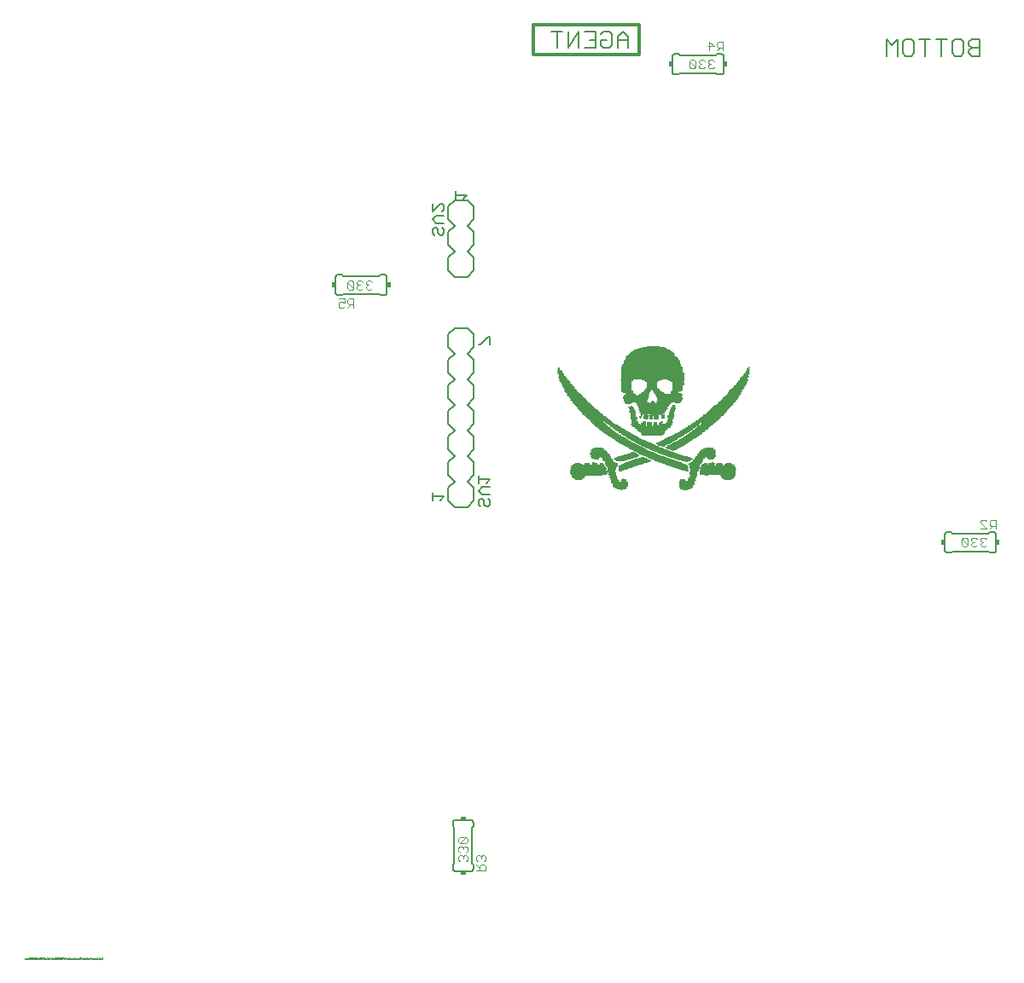
<source format=gbo>
G75*
%MOIN*%
%OFA0B0*%
%FSLAX24Y24*%
%IPPOS*%
%LPD*%
%AMOC8*
5,1,8,0,0,1.08239X$1,22.5*
%
%ADD10C,0.0060*%
%ADD11C,0.0010*%
%ADD12C,0.0120*%
%ADD13R,0.0066X0.0033*%
%ADD14R,0.0167X0.0033*%
%ADD15R,0.0334X0.0033*%
%ADD16R,0.0367X0.0033*%
%ADD17R,0.0466X0.0033*%
%ADD18R,0.0467X0.0033*%
%ADD19R,0.0500X0.0033*%
%ADD20R,0.0533X0.0033*%
%ADD21R,0.0567X0.0033*%
%ADD22R,0.0566X0.0033*%
%ADD23R,0.0600X0.0033*%
%ADD24R,0.0566X0.0033*%
%ADD25R,0.0600X0.0033*%
%ADD26R,0.0634X0.0033*%
%ADD27R,0.0633X0.0033*%
%ADD28R,0.0634X0.0033*%
%ADD29R,0.0633X0.0033*%
%ADD30R,0.0300X0.0033*%
%ADD31R,0.0233X0.0033*%
%ADD32R,0.0333X0.0033*%
%ADD33R,0.0233X0.0033*%
%ADD34R,0.0234X0.0033*%
%ADD35R,0.0267X0.0033*%
%ADD36R,0.0333X0.0033*%
%ADD37R,0.0033X0.0033*%
%ADD38R,0.0400X0.0033*%
%ADD39R,0.0434X0.0033*%
%ADD40R,0.0300X0.0033*%
%ADD41R,0.0266X0.0033*%
%ADD42R,0.0266X0.0033*%
%ADD43R,0.1200X0.0033*%
%ADD44R,0.0267X0.0033*%
%ADD45R,0.0133X0.0033*%
%ADD46R,0.1400X0.0033*%
%ADD47R,0.1434X0.0033*%
%ADD48R,0.1434X0.0033*%
%ADD49R,0.1433X0.0033*%
%ADD50R,0.1467X0.0033*%
%ADD51R,0.1433X0.0033*%
%ADD52R,0.0133X0.0033*%
%ADD53R,0.0366X0.0033*%
%ADD54R,0.0433X0.0033*%
%ADD55R,0.0466X0.0033*%
%ADD56R,0.1367X0.0033*%
%ADD57R,0.1367X0.0033*%
%ADD58R,0.0366X0.0033*%
%ADD59R,0.0533X0.0033*%
%ADD60R,0.0367X0.0033*%
%ADD61R,0.1333X0.0033*%
%ADD62R,0.0666X0.0033*%
%ADD63R,0.1334X0.0033*%
%ADD64R,0.1300X0.0033*%
%ADD65R,0.0434X0.0033*%
%ADD66R,0.0700X0.0033*%
%ADD67R,0.0733X0.0033*%
%ADD68R,0.1267X0.0033*%
%ADD69R,0.0766X0.0033*%
%ADD70R,0.0800X0.0033*%
%ADD71R,0.0433X0.0033*%
%ADD72R,0.0500X0.0033*%
%ADD73R,0.0400X0.0033*%
%ADD74R,0.0166X0.0033*%
%ADD75R,0.0800X0.0033*%
%ADD76R,0.0833X0.0033*%
%ADD77R,0.0200X0.0033*%
%ADD78R,0.0134X0.0033*%
%ADD79R,0.0100X0.0033*%
%ADD80R,0.0866X0.0033*%
%ADD81R,0.0867X0.0033*%
%ADD82R,0.0067X0.0033*%
%ADD83R,0.0866X0.0033*%
%ADD84R,0.0834X0.0033*%
%ADD85R,0.0100X0.0033*%
%ADD86R,0.0700X0.0033*%
%ADD87R,0.0767X0.0033*%
%ADD88R,0.0667X0.0033*%
%ADD89R,0.0734X0.0033*%
%ADD90R,0.0334X0.0033*%
%ADD91R,0.0767X0.0033*%
%ADD92R,0.0166X0.0033*%
%ADD93R,0.0734X0.0033*%
%ADD94R,0.0567X0.0033*%
%ADD95R,0.0733X0.0033*%
%ADD96R,0.0667X0.0033*%
%ADD97R,0.0067X0.0033*%
%ADD98R,0.0534X0.0033*%
%ADD99R,0.0534X0.0033*%
%ADD100R,0.0467X0.0033*%
%ADD101R,0.0933X0.0033*%
%ADD102R,0.1033X0.0033*%
%ADD103R,0.1100X0.0033*%
%ADD104R,0.1134X0.0033*%
%ADD105R,0.1500X0.0033*%
%ADD106R,0.0167X0.0033*%
%ADD107R,0.0200X0.0033*%
%ADD108R,0.0867X0.0033*%
%ADD109R,0.0134X0.0033*%
%ADD110R,0.0066X0.0033*%
%ADD111R,0.0833X0.0033*%
%ADD112R,0.0234X0.0033*%
%ADD113R,0.0766X0.0033*%
%ADD114R,0.0900X0.0033*%
%ADD115R,0.0967X0.0033*%
%ADD116R,0.1000X0.0033*%
%ADD117R,0.1034X0.0033*%
%ADD118R,0.1133X0.0033*%
%ADD119R,0.1166X0.0033*%
%ADD120R,0.1234X0.0033*%
%ADD121R,0.1267X0.0033*%
%ADD122R,0.1333X0.0033*%
%ADD123R,0.0900X0.0033*%
%ADD124R,0.0967X0.0033*%
%ADD125R,0.0934X0.0033*%
%ADD126R,0.1000X0.0033*%
%ADD127R,0.1033X0.0033*%
%ADD128R,0.1067X0.0033*%
%ADD129R,0.2467X0.0033*%
%ADD130R,0.2467X0.0033*%
%ADD131R,0.2433X0.0033*%
%ADD132R,0.2433X0.0033*%
%ADD133R,0.2367X0.0033*%
%ADD134R,0.2367X0.0033*%
%ADD135R,0.2300X0.0033*%
%ADD136R,0.2300X0.0033*%
%ADD137R,0.2233X0.0033*%
%ADD138R,0.2233X0.0033*%
%ADD139R,0.2200X0.0033*%
%ADD140R,0.2167X0.0033*%
%ADD141R,0.2134X0.0033*%
%ADD142R,0.2066X0.0033*%
%ADD143R,0.2000X0.0033*%
%ADD144R,0.1967X0.0033*%
%ADD145R,0.1900X0.0033*%
%ADD146R,0.1833X0.0033*%
%ADD147R,0.1800X0.0033*%
%ADD148R,0.1734X0.0033*%
%ADD149R,0.1666X0.0033*%
%ADD150R,0.1567X0.0033*%
%ADD151R,0.1466X0.0033*%
%ADD152R,0.1233X0.0033*%
%ADD153C,0.0040*%
%ADD154R,0.0150X0.0200*%
%ADD155R,0.0200X0.0150*%
%ADD156C,0.0050*%
D10*
X016868Y003839D02*
X016868Y003989D01*
X016918Y004039D01*
X016918Y005439D01*
X016868Y005489D01*
X016868Y005639D01*
X016870Y005656D01*
X016874Y005673D01*
X016881Y005689D01*
X016891Y005703D01*
X016904Y005716D01*
X016918Y005726D01*
X016934Y005733D01*
X016951Y005737D01*
X016968Y005739D01*
X017568Y005739D01*
X017585Y005737D01*
X017602Y005733D01*
X017618Y005726D01*
X017632Y005716D01*
X017645Y005703D01*
X017655Y005689D01*
X017662Y005673D01*
X017666Y005656D01*
X017668Y005639D01*
X017668Y005489D01*
X017618Y005439D01*
X017618Y004039D01*
X017668Y003989D01*
X017668Y003839D01*
X017666Y003822D01*
X017662Y003805D01*
X017655Y003789D01*
X017645Y003775D01*
X017632Y003762D01*
X017618Y003752D01*
X017602Y003745D01*
X017585Y003741D01*
X017568Y003739D01*
X016968Y003739D01*
X016951Y003741D01*
X016934Y003745D01*
X016918Y003752D01*
X016904Y003762D01*
X016891Y003775D01*
X016881Y003789D01*
X016874Y003805D01*
X016870Y003822D01*
X016868Y003839D01*
X016947Y017967D02*
X016697Y018217D01*
X016697Y018717D01*
X016947Y018967D01*
X016697Y019217D01*
X016697Y019717D01*
X016947Y019967D01*
X016697Y020217D01*
X016697Y020717D01*
X016947Y020967D01*
X016697Y021217D01*
X016697Y021717D01*
X016947Y021967D01*
X016697Y022217D01*
X016697Y022717D01*
X016947Y022967D01*
X016697Y023217D01*
X016697Y023717D01*
X016947Y023967D01*
X016697Y024217D01*
X016697Y024717D01*
X016947Y024967D01*
X017447Y024967D01*
X017697Y024717D01*
X017697Y024217D01*
X017447Y023967D01*
X017697Y023717D01*
X017697Y023217D01*
X017447Y022967D01*
X017697Y022717D01*
X017697Y022217D01*
X017447Y021967D01*
X017697Y021717D01*
X017697Y021217D01*
X017447Y020967D01*
X017697Y020717D01*
X017697Y020217D01*
X017447Y019967D01*
X017697Y019717D01*
X017697Y019217D01*
X017447Y018967D01*
X017697Y018717D01*
X017697Y018217D01*
X017447Y017967D01*
X016947Y017967D01*
X014195Y026262D02*
X014045Y026262D01*
X013995Y026312D01*
X012595Y026312D01*
X012545Y026262D01*
X012395Y026262D01*
X012378Y026264D01*
X012361Y026268D01*
X012345Y026275D01*
X012331Y026285D01*
X012318Y026298D01*
X012308Y026312D01*
X012301Y026328D01*
X012297Y026345D01*
X012295Y026362D01*
X012295Y026962D01*
X012297Y026979D01*
X012301Y026996D01*
X012308Y027012D01*
X012318Y027026D01*
X012331Y027039D01*
X012345Y027049D01*
X012361Y027056D01*
X012378Y027060D01*
X012395Y027062D01*
X012545Y027062D01*
X012595Y027012D01*
X013995Y027012D01*
X014045Y027062D01*
X014195Y027062D01*
X014212Y027060D01*
X014229Y027056D01*
X014245Y027049D01*
X014259Y027039D01*
X014272Y027026D01*
X014282Y027012D01*
X014289Y026996D01*
X014293Y026979D01*
X014295Y026962D01*
X014295Y026362D01*
X014293Y026345D01*
X014289Y026328D01*
X014282Y026312D01*
X014272Y026298D01*
X014259Y026285D01*
X014245Y026275D01*
X014229Y026268D01*
X014212Y026264D01*
X014195Y026262D01*
X016697Y027217D02*
X016947Y026967D01*
X017447Y026967D01*
X017697Y027217D01*
X017697Y027717D01*
X017447Y027967D01*
X017697Y028217D01*
X017697Y028717D01*
X017447Y028967D01*
X017697Y029217D01*
X017697Y029717D01*
X017447Y029967D01*
X016947Y029967D01*
X016697Y029717D01*
X016697Y029217D01*
X016947Y028967D01*
X016697Y028717D01*
X016697Y028217D01*
X016947Y027967D01*
X016697Y027717D01*
X016697Y027217D01*
X025449Y034986D02*
X025449Y035586D01*
X025451Y035603D01*
X025455Y035620D01*
X025462Y035636D01*
X025472Y035650D01*
X025485Y035663D01*
X025499Y035673D01*
X025515Y035680D01*
X025532Y035684D01*
X025549Y035686D01*
X025699Y035686D01*
X025749Y035636D01*
X027149Y035636D01*
X027199Y035686D01*
X027349Y035686D01*
X027366Y035684D01*
X027383Y035680D01*
X027399Y035673D01*
X027413Y035663D01*
X027426Y035650D01*
X027436Y035636D01*
X027443Y035620D01*
X027447Y035603D01*
X027449Y035586D01*
X027449Y034986D01*
X027447Y034969D01*
X027443Y034952D01*
X027436Y034936D01*
X027426Y034922D01*
X027413Y034909D01*
X027399Y034899D01*
X027383Y034892D01*
X027366Y034888D01*
X027349Y034886D01*
X027199Y034886D01*
X027149Y034936D01*
X025749Y034936D01*
X025699Y034886D01*
X025549Y034886D01*
X025532Y034888D01*
X025515Y034892D01*
X025499Y034899D01*
X025485Y034909D01*
X025472Y034922D01*
X025462Y034936D01*
X025455Y034952D01*
X025451Y034969D01*
X025449Y034986D01*
X023731Y035927D02*
X023731Y036354D01*
X023518Y036567D01*
X023304Y036354D01*
X023304Y035927D01*
X023087Y036034D02*
X022980Y035927D01*
X022766Y035927D01*
X022660Y036034D01*
X022660Y036247D01*
X022873Y036247D01*
X022660Y036461D02*
X022766Y036567D01*
X022980Y036567D01*
X023087Y036461D01*
X023087Y036034D01*
X023304Y036247D02*
X023731Y036247D01*
X022442Y036247D02*
X022229Y036247D01*
X022442Y035927D02*
X022015Y035927D01*
X021798Y035927D02*
X021798Y036567D01*
X021371Y035927D01*
X021371Y036567D01*
X021153Y036567D02*
X020726Y036567D01*
X020940Y036567D02*
X020940Y035927D01*
X022015Y036567D02*
X022442Y036567D01*
X022442Y035927D01*
X033808Y036256D02*
X033808Y035615D01*
X034235Y035615D02*
X034235Y036256D01*
X034022Y036042D01*
X033808Y036256D01*
X034453Y036149D02*
X034453Y035722D01*
X034560Y035615D01*
X034773Y035615D01*
X034880Y035722D01*
X034880Y036149D01*
X034773Y036256D01*
X034560Y036256D01*
X034453Y036149D01*
X035097Y036256D02*
X035524Y036256D01*
X035311Y036256D02*
X035311Y035615D01*
X035742Y036256D02*
X036169Y036256D01*
X035955Y036256D02*
X035955Y035615D01*
X036386Y035722D02*
X036386Y036149D01*
X036493Y036256D01*
X036707Y036256D01*
X036813Y036149D01*
X036813Y035722D01*
X036707Y035615D01*
X036493Y035615D01*
X036386Y035722D01*
X037031Y035722D02*
X037138Y035615D01*
X037458Y035615D01*
X037458Y036256D01*
X037138Y036256D01*
X037031Y036149D01*
X037031Y036042D01*
X037138Y035935D01*
X037458Y035935D01*
X037138Y035935D02*
X037031Y035829D01*
X037031Y035722D01*
X036340Y016997D02*
X036190Y016997D01*
X036173Y016995D01*
X036156Y016991D01*
X036140Y016984D01*
X036126Y016974D01*
X036113Y016961D01*
X036103Y016947D01*
X036096Y016931D01*
X036092Y016914D01*
X036090Y016897D01*
X036090Y016297D01*
X036092Y016280D01*
X036096Y016263D01*
X036103Y016247D01*
X036113Y016233D01*
X036126Y016220D01*
X036140Y016210D01*
X036156Y016203D01*
X036173Y016199D01*
X036190Y016197D01*
X036340Y016197D01*
X036390Y016247D01*
X037790Y016247D01*
X037840Y016197D01*
X037990Y016197D01*
X038007Y016199D01*
X038024Y016203D01*
X038040Y016210D01*
X038054Y016220D01*
X038067Y016233D01*
X038077Y016247D01*
X038084Y016263D01*
X038088Y016280D01*
X038090Y016297D01*
X038090Y016897D01*
X038088Y016914D01*
X038084Y016931D01*
X038077Y016947D01*
X038067Y016961D01*
X038054Y016974D01*
X038040Y016984D01*
X038024Y016991D01*
X038007Y016995D01*
X037990Y016997D01*
X037840Y016997D01*
X037790Y016947D01*
X036390Y016947D01*
X036340Y016997D01*
D11*
X000179Y000343D02*
X000179Y000286D01*
X000179Y000343D01*
X000151Y000343D01*
X000141Y000334D01*
X000141Y000315D01*
X000151Y000305D01*
X000179Y000305D01*
X000151Y000305D01*
X000141Y000315D01*
X000141Y000334D01*
X000151Y000343D01*
X000179Y000343D01*
X000203Y000334D02*
X000203Y000305D01*
X000203Y000334D01*
X000212Y000343D01*
X000222Y000334D01*
X000222Y000305D01*
X000222Y000334D01*
X000231Y000343D01*
X000241Y000343D01*
X000241Y000305D01*
X000241Y000343D01*
X000231Y000343D01*
X000222Y000334D01*
X000212Y000343D01*
X000203Y000334D01*
X000264Y000334D02*
X000274Y000343D01*
X000302Y000343D01*
X000274Y000343D01*
X000264Y000334D01*
X000264Y000315D01*
X000274Y000305D01*
X000302Y000305D01*
X000302Y000362D01*
X000302Y000305D01*
X000274Y000305D01*
X000264Y000315D01*
X000264Y000334D01*
X000324Y000315D02*
X000324Y000305D01*
X000333Y000305D01*
X000333Y000315D01*
X000324Y000315D01*
X000324Y000305D01*
X000333Y000305D01*
X000333Y000315D01*
X000324Y000315D01*
X000357Y000315D02*
X000366Y000305D01*
X000385Y000305D01*
X000395Y000315D01*
X000395Y000353D01*
X000385Y000362D01*
X000366Y000362D01*
X000357Y000353D01*
X000357Y000315D01*
X000366Y000305D01*
X000385Y000305D01*
X000395Y000315D01*
X000395Y000353D01*
X000385Y000362D01*
X000366Y000362D01*
X000357Y000353D01*
X000357Y000315D01*
X000357Y000305D02*
X000376Y000324D01*
X000357Y000305D01*
X000417Y000305D02*
X000436Y000305D01*
X000417Y000305D01*
X000427Y000305D02*
X000427Y000343D01*
X000436Y000343D01*
X000427Y000343D01*
X000427Y000305D01*
X000427Y000362D02*
X000427Y000372D01*
X000427Y000362D01*
X000460Y000362D02*
X000498Y000362D01*
X000498Y000305D01*
X000498Y000362D01*
X000460Y000362D01*
X000479Y000334D02*
X000498Y000334D01*
X000479Y000334D01*
X000521Y000353D02*
X000521Y000315D01*
X000531Y000305D01*
X000550Y000305D01*
X000559Y000315D01*
X000559Y000353D01*
X000550Y000362D01*
X000531Y000362D01*
X000521Y000353D01*
X000521Y000315D01*
X000531Y000305D01*
X000550Y000305D01*
X000559Y000315D01*
X000559Y000353D01*
X000550Y000362D01*
X000531Y000362D01*
X000521Y000353D01*
X000540Y000324D02*
X000521Y000305D01*
X000540Y000324D01*
X000583Y000315D02*
X000583Y000353D01*
X000593Y000362D01*
X000612Y000362D01*
X000621Y000353D01*
X000621Y000343D01*
X000612Y000334D01*
X000583Y000334D01*
X000612Y000334D01*
X000621Y000343D01*
X000621Y000353D01*
X000612Y000362D01*
X000593Y000362D01*
X000583Y000353D01*
X000583Y000315D01*
X000593Y000305D01*
X000612Y000305D01*
X000621Y000315D01*
X000612Y000305D01*
X000593Y000305D01*
X000583Y000315D01*
X000645Y000305D02*
X000645Y000334D01*
X000654Y000343D01*
X000664Y000334D01*
X000664Y000305D01*
X000664Y000334D01*
X000673Y000343D01*
X000683Y000343D01*
X000683Y000305D01*
X000683Y000343D01*
X000673Y000343D01*
X000664Y000334D01*
X000654Y000343D01*
X000645Y000334D01*
X000645Y000305D01*
X000707Y000305D02*
X000707Y000362D01*
X000707Y000305D01*
X000745Y000362D01*
X000745Y000305D01*
X000745Y000362D01*
X000707Y000305D01*
X000768Y000315D02*
X000778Y000305D01*
X000797Y000305D01*
X000806Y000315D01*
X000768Y000353D01*
X000768Y000315D01*
X000778Y000305D01*
X000797Y000305D01*
X000806Y000315D01*
X000806Y000353D01*
X000797Y000362D01*
X000778Y000362D01*
X000768Y000353D01*
X000806Y000315D01*
X000806Y000353D01*
X000797Y000362D01*
X000778Y000362D01*
X000768Y000353D01*
X000768Y000315D01*
X000830Y000353D02*
X000868Y000315D01*
X000868Y000305D01*
X000868Y000315D01*
X000830Y000353D01*
X000830Y000362D01*
X000868Y000362D01*
X000830Y000362D01*
X000830Y000353D01*
X000892Y000353D02*
X000901Y000362D01*
X000920Y000362D01*
X000930Y000353D01*
X000930Y000315D01*
X000920Y000305D01*
X000901Y000305D01*
X000892Y000315D01*
X000892Y000353D01*
X000901Y000362D01*
X000920Y000362D01*
X000930Y000353D01*
X000930Y000315D01*
X000920Y000305D01*
X000901Y000305D01*
X000892Y000315D01*
X000892Y000353D01*
X000953Y000334D02*
X000953Y000324D01*
X000991Y000324D01*
X000953Y000324D01*
X000953Y000334D01*
X000963Y000343D01*
X000982Y000343D01*
X000991Y000334D01*
X000991Y000315D01*
X000982Y000305D01*
X000963Y000305D01*
X000982Y000305D01*
X000991Y000315D01*
X000991Y000334D01*
X000982Y000343D01*
X000963Y000343D01*
X000953Y000334D01*
X001015Y000362D02*
X001053Y000324D01*
X001015Y000362D01*
X001053Y000362D02*
X001053Y000305D01*
X001053Y000362D01*
X001044Y000334D02*
X001015Y000305D01*
X001044Y000334D01*
X001077Y000334D02*
X001077Y000305D01*
X001077Y000334D01*
X001086Y000343D01*
X001105Y000343D01*
X001115Y000334D01*
X001105Y000343D01*
X001086Y000343D01*
X001077Y000334D01*
X001115Y000362D02*
X001115Y000305D01*
X001115Y000362D01*
X001138Y000334D02*
X001176Y000334D01*
X001138Y000334D01*
X001190Y000334D02*
X001190Y000315D01*
X001199Y000305D01*
X001228Y000305D01*
X001219Y000305D02*
X001219Y000362D01*
X001238Y000343D01*
X001219Y000362D01*
X001219Y000305D01*
X001238Y000305D02*
X001200Y000305D01*
X001238Y000305D01*
X001251Y000305D02*
X001251Y000334D01*
X001261Y000343D01*
X001270Y000334D01*
X001270Y000305D01*
X001262Y000305D02*
X001300Y000343D01*
X001262Y000305D01*
X001290Y000305D02*
X001290Y000343D01*
X001280Y000343D01*
X001270Y000334D01*
X001262Y000343D02*
X001300Y000305D01*
X001262Y000343D01*
X001228Y000343D02*
X001199Y000343D01*
X001190Y000334D01*
X001228Y000343D02*
X001228Y000286D01*
X001313Y000315D02*
X001313Y000334D01*
X001323Y000343D01*
X001351Y000343D01*
X001351Y000362D02*
X001351Y000305D01*
X001323Y000305D01*
X001313Y000315D01*
X001323Y000324D02*
X001323Y000362D01*
X001323Y000324D01*
X001342Y000305D01*
X001361Y000324D01*
X001361Y000362D01*
X001361Y000324D01*
X001342Y000305D01*
X001323Y000324D01*
X001373Y000315D02*
X001373Y000305D01*
X001382Y000305D01*
X001382Y000315D01*
X001373Y000315D01*
X001385Y000305D02*
X001385Y000362D01*
X001404Y000343D01*
X001423Y000362D01*
X001423Y000305D01*
X001423Y000362D01*
X001404Y000343D01*
X001385Y000362D01*
X001385Y000305D01*
X001406Y000315D02*
X001415Y000305D01*
X001434Y000305D01*
X001444Y000315D01*
X001406Y000353D01*
X001406Y000315D01*
X001406Y000353D02*
X001415Y000362D01*
X001434Y000362D01*
X001444Y000353D01*
X001444Y000315D01*
X001467Y000315D02*
X001477Y000305D01*
X001496Y000305D01*
X001505Y000315D01*
X001467Y000353D01*
X001467Y000315D01*
X001466Y000334D02*
X001485Y000334D01*
X001466Y000334D01*
X001467Y000353D02*
X001477Y000362D01*
X001496Y000362D01*
X001505Y000353D01*
X001505Y000315D01*
X001509Y000315D02*
X001518Y000305D01*
X001537Y000305D01*
X001547Y000315D01*
X001547Y000353D01*
X001537Y000362D01*
X001518Y000362D01*
X001509Y000353D01*
X001509Y000315D01*
X001518Y000305D01*
X001537Y000305D01*
X001547Y000315D01*
X001547Y000353D01*
X001537Y000362D01*
X001518Y000362D01*
X001509Y000353D01*
X001509Y000315D01*
X001509Y000305D02*
X001528Y000324D01*
X001509Y000305D01*
X001529Y000315D02*
X001539Y000305D01*
X001558Y000305D01*
X001567Y000315D01*
X001570Y000315D02*
X001580Y000305D01*
X001599Y000305D01*
X001608Y000315D01*
X001608Y000353D01*
X001599Y000362D01*
X001580Y000362D01*
X001570Y000353D01*
X001570Y000315D01*
X001580Y000305D01*
X001599Y000305D01*
X001608Y000315D01*
X001608Y000353D01*
X001599Y000362D01*
X001580Y000362D01*
X001570Y000353D01*
X001570Y000315D01*
X001570Y000305D02*
X001589Y000324D01*
X001570Y000305D01*
X001589Y000305D02*
X001608Y000305D01*
X001599Y000305D02*
X001599Y000362D01*
X001608Y000362D01*
X001632Y000362D02*
X001632Y000353D01*
X001670Y000315D01*
X001670Y000305D01*
X001670Y000315D01*
X001632Y000353D01*
X001632Y000362D01*
X001670Y000362D01*
X001632Y000362D01*
X001632Y000334D02*
X001670Y000334D01*
X001694Y000334D02*
X001694Y000305D01*
X001694Y000334D01*
X001703Y000343D01*
X001713Y000334D01*
X001713Y000305D01*
X001713Y000334D01*
X001722Y000343D01*
X001732Y000343D01*
X001732Y000305D01*
X001732Y000343D01*
X001722Y000343D01*
X001713Y000334D01*
X001703Y000343D01*
X001694Y000334D01*
X001694Y000343D02*
X001722Y000343D01*
X001732Y000334D01*
X001722Y000324D01*
X001703Y000324D01*
X001694Y000315D01*
X001703Y000305D01*
X001732Y000305D01*
X001793Y000305D02*
X001755Y000362D01*
X001793Y000305D01*
X001755Y000362D01*
X001817Y000343D02*
X001846Y000343D01*
X001855Y000334D01*
X001846Y000324D01*
X001827Y000324D01*
X001817Y000315D01*
X001827Y000305D01*
X001855Y000305D01*
X001827Y000305D01*
X001817Y000315D01*
X001827Y000324D01*
X001846Y000324D01*
X001855Y000334D01*
X001846Y000343D01*
X001817Y000343D01*
X001846Y000343D01*
X001855Y000334D01*
X001846Y000324D01*
X001827Y000324D01*
X001817Y000315D01*
X001827Y000305D01*
X001855Y000305D01*
X001879Y000305D02*
X001907Y000305D01*
X001917Y000315D01*
X001917Y000334D01*
X001907Y000343D01*
X001879Y000343D01*
X001907Y000343D01*
X001917Y000334D01*
X001917Y000315D01*
X001907Y000305D01*
X001879Y000305D01*
X001879Y000362D01*
X001879Y000305D01*
X001907Y000305D01*
X001917Y000315D01*
X001917Y000334D01*
X001907Y000343D01*
X001879Y000343D01*
X001879Y000362D02*
X001879Y000305D01*
X001940Y000305D02*
X001969Y000305D01*
X001978Y000315D01*
X001969Y000324D01*
X001940Y000324D01*
X001969Y000324D01*
X001978Y000315D01*
X001969Y000305D01*
X001940Y000305D01*
X001940Y000334D01*
X001950Y000343D01*
X001969Y000343D01*
X001950Y000343D01*
X001940Y000334D01*
X001940Y000305D01*
X001969Y000305D01*
X001978Y000315D01*
X001969Y000324D01*
X001940Y000324D01*
X001940Y000334D02*
X001940Y000305D01*
X001940Y000334D02*
X001950Y000343D01*
X001969Y000343D01*
X002002Y000334D02*
X002012Y000343D01*
X002031Y000343D01*
X002040Y000334D01*
X002040Y000315D01*
X002031Y000305D01*
X002012Y000305D01*
X002002Y000315D01*
X002002Y000334D01*
X002012Y000343D01*
X002031Y000343D01*
X002040Y000334D01*
X002040Y000315D01*
X002031Y000305D01*
X002012Y000305D01*
X002002Y000315D01*
X002002Y000334D01*
X002012Y000343D01*
X002031Y000343D01*
X002040Y000334D01*
X002040Y000315D01*
X002031Y000305D01*
X002012Y000305D01*
X002002Y000315D01*
X002002Y000334D01*
X002062Y000305D02*
X002081Y000305D01*
X002062Y000305D01*
X002081Y000305D01*
X002072Y000305D02*
X002072Y000362D01*
X002081Y000362D01*
X002072Y000362D01*
X002072Y000305D01*
X002072Y000362D01*
X002081Y000362D01*
X002105Y000334D02*
X002105Y000305D01*
X002105Y000334D01*
X002114Y000343D01*
X002143Y000343D01*
X002143Y000305D01*
X002143Y000343D01*
X002114Y000343D01*
X002105Y000334D01*
X002105Y000305D01*
X002105Y000334D02*
X002114Y000343D01*
X002143Y000343D01*
X002143Y000305D01*
X002167Y000315D02*
X002167Y000343D01*
X002167Y000315D01*
X002176Y000305D01*
X002186Y000315D01*
X002195Y000305D01*
X002205Y000315D01*
X002205Y000343D01*
X002205Y000315D01*
X002195Y000305D01*
X002186Y000315D01*
X002176Y000305D01*
X002167Y000315D01*
X002167Y000343D01*
X002167Y000315D02*
X002176Y000305D01*
X002186Y000315D01*
X002195Y000305D01*
X002205Y000315D01*
X002205Y000343D01*
X002228Y000334D02*
X002238Y000343D01*
X002257Y000343D01*
X002266Y000334D01*
X002266Y000315D01*
X002257Y000305D01*
X002238Y000305D01*
X002228Y000315D01*
X002228Y000334D01*
X002238Y000343D01*
X002257Y000343D01*
X002266Y000334D01*
X002266Y000315D01*
X002257Y000305D01*
X002238Y000305D01*
X002228Y000315D01*
X002228Y000334D01*
X002238Y000343D01*
X002257Y000343D01*
X002266Y000334D01*
X002266Y000315D01*
X002257Y000305D01*
X002238Y000305D01*
X002228Y000315D01*
X002228Y000334D01*
X002290Y000353D02*
X002299Y000362D01*
X002328Y000362D01*
X002328Y000305D01*
X002299Y000305D01*
X002290Y000315D01*
X002290Y000353D01*
X002299Y000362D01*
X002328Y000362D01*
X002328Y000305D01*
X002299Y000305D01*
X002290Y000315D01*
X002290Y000353D01*
X002299Y000362D01*
X002328Y000362D01*
X002328Y000305D01*
X002299Y000305D01*
X002290Y000315D01*
X002290Y000353D01*
X002352Y000362D02*
X002390Y000305D01*
X002352Y000362D01*
X002390Y000305D01*
X002413Y000305D02*
X002413Y000334D01*
X002423Y000343D01*
X002451Y000343D01*
X002451Y000305D01*
X002451Y000343D01*
X002423Y000343D01*
X002413Y000334D01*
X002413Y000305D01*
X002413Y000334D01*
X002423Y000343D01*
X002451Y000343D01*
X002451Y000305D01*
X002474Y000305D02*
X002493Y000305D01*
X002474Y000305D01*
X002493Y000305D01*
X002483Y000305D02*
X002483Y000343D01*
X002493Y000343D01*
X002483Y000343D01*
X002483Y000305D01*
X002483Y000343D01*
X002493Y000343D01*
X002483Y000362D02*
X002483Y000372D01*
X002483Y000362D01*
X002483Y000372D01*
X002516Y000334D02*
X002516Y000305D01*
X002516Y000334D01*
X002526Y000343D01*
X002535Y000334D01*
X002535Y000305D01*
X002535Y000334D01*
X002545Y000343D01*
X002554Y000343D01*
X002554Y000305D01*
X002554Y000343D01*
X002545Y000343D01*
X002535Y000334D01*
X002526Y000343D01*
X002516Y000334D01*
X002516Y000305D01*
X002535Y000305D02*
X002535Y000334D01*
X002526Y000343D01*
X002516Y000334D01*
X002535Y000334D02*
X002545Y000343D01*
X002554Y000343D01*
X002554Y000305D01*
X002578Y000305D02*
X002606Y000305D01*
X002616Y000315D01*
X002616Y000334D01*
X002606Y000343D01*
X002578Y000343D01*
X002606Y000343D01*
X002616Y000334D01*
X002616Y000315D01*
X002606Y000305D01*
X002578Y000305D01*
X002578Y000362D01*
X002578Y000305D01*
X002606Y000305D01*
X002616Y000315D01*
X002616Y000334D01*
X002606Y000343D01*
X002578Y000343D01*
X002578Y000362D02*
X002578Y000305D01*
X002640Y000305D02*
X002668Y000305D01*
X002678Y000315D01*
X002668Y000324D01*
X002640Y000324D01*
X002668Y000324D01*
X002678Y000315D01*
X002668Y000305D01*
X002640Y000305D01*
X002640Y000334D01*
X002649Y000343D01*
X002668Y000343D01*
X002649Y000343D01*
X002640Y000334D01*
X002640Y000305D01*
X002668Y000305D01*
X002678Y000315D01*
X002668Y000324D01*
X002640Y000324D01*
X002640Y000334D02*
X002640Y000305D01*
X002640Y000334D02*
X002649Y000343D01*
X002668Y000343D01*
X002701Y000362D02*
X002739Y000305D01*
X002701Y000362D01*
X002739Y000305D01*
X002763Y000315D02*
X002772Y000324D01*
X002791Y000324D01*
X002801Y000334D01*
X002791Y000343D01*
X002763Y000343D01*
X002791Y000343D01*
X002801Y000334D01*
X002791Y000324D01*
X002772Y000324D01*
X002763Y000315D01*
X002772Y000305D01*
X002801Y000305D01*
X002772Y000305D01*
X002763Y000315D01*
X002772Y000324D01*
X002791Y000324D01*
X002801Y000334D01*
X002791Y000343D01*
X002763Y000343D01*
X002763Y000315D02*
X002772Y000305D01*
X002801Y000305D01*
X002824Y000343D02*
X002833Y000343D01*
X002852Y000324D01*
X002833Y000343D01*
X002824Y000343D01*
X002833Y000343D01*
X002852Y000324D01*
X002852Y000305D02*
X002852Y000343D01*
X002852Y000305D01*
X002852Y000343D01*
X002876Y000334D02*
X002876Y000324D01*
X002914Y000324D01*
X002876Y000324D01*
X002876Y000334D01*
X002886Y000343D01*
X002905Y000343D01*
X002914Y000334D01*
X002914Y000315D01*
X002905Y000305D01*
X002886Y000305D01*
X002905Y000305D01*
X002914Y000315D01*
X002914Y000334D01*
X002905Y000343D01*
X002886Y000343D01*
X002876Y000334D01*
X002876Y000324D01*
X002914Y000324D01*
X002914Y000315D02*
X002914Y000334D01*
X002905Y000343D01*
X002886Y000343D01*
X002876Y000334D01*
X002886Y000305D02*
X002905Y000305D01*
X002914Y000315D01*
X002938Y000315D02*
X002947Y000324D01*
X002966Y000324D01*
X002976Y000334D01*
X002966Y000343D01*
X002938Y000343D01*
X002966Y000343D01*
X002976Y000334D01*
X002966Y000324D01*
X002947Y000324D01*
X002938Y000315D01*
X002947Y000305D01*
X002976Y000305D01*
X002947Y000305D01*
X002938Y000315D01*
X002947Y000324D01*
X002966Y000324D01*
X002976Y000334D01*
X002966Y000343D01*
X002938Y000343D01*
X002938Y000315D02*
X002947Y000305D01*
X002976Y000305D01*
X002999Y000315D02*
X002999Y000362D01*
X002999Y000315D01*
X003009Y000305D01*
X003028Y000305D01*
X003037Y000315D01*
X003037Y000362D01*
X003037Y000315D01*
X003028Y000305D01*
X003009Y000305D01*
X002999Y000315D01*
X002999Y000362D01*
X003037Y000362D02*
X003037Y000315D01*
X003028Y000305D01*
X003009Y000305D01*
X002999Y000315D01*
X003061Y000362D02*
X003099Y000305D01*
X003061Y000362D01*
X003099Y000305D01*
X003121Y000305D02*
X003130Y000305D01*
X003130Y000315D01*
X003121Y000315D01*
X003121Y000305D01*
X003130Y000305D01*
X003130Y000315D01*
X003121Y000315D01*
X003121Y000305D01*
X003130Y000305D01*
X003130Y000315D01*
X003121Y000315D01*
X003121Y000305D01*
X003121Y000334D02*
X003130Y000334D01*
X003130Y000343D01*
X003121Y000343D01*
X003121Y000334D01*
X003130Y000334D01*
X003130Y000343D01*
X003121Y000343D01*
X003121Y000334D01*
X003130Y000334D01*
X003130Y000343D01*
X003121Y000343D01*
X003121Y000334D01*
X003154Y000353D02*
X003163Y000362D01*
X003182Y000362D01*
X003192Y000353D01*
X003192Y000315D01*
X003182Y000305D01*
X003163Y000305D01*
X003154Y000315D01*
X003163Y000305D01*
X003182Y000305D01*
X003192Y000315D01*
X003192Y000353D01*
X003182Y000362D01*
X003163Y000362D01*
X003154Y000353D01*
X003163Y000362D01*
X003182Y000362D01*
X003192Y000353D01*
X003192Y000315D01*
X003182Y000305D01*
X003163Y000305D01*
X003154Y000315D01*
X001567Y000353D02*
X001558Y000362D01*
X001539Y000362D01*
X001529Y000353D01*
X001529Y000343D01*
X001539Y000334D01*
X001529Y000324D01*
X001529Y000315D01*
X001539Y000334D02*
X001548Y000334D01*
X001485Y000362D02*
X001447Y000362D01*
X001485Y000362D01*
X001485Y000305D01*
X001485Y000362D01*
D12*
X020028Y035663D02*
X020028Y036830D01*
X024161Y036830D01*
X024161Y035663D01*
X020028Y035663D01*
D13*
X024245Y021565D03*
X024245Y021532D03*
X023445Y018632D03*
D14*
X023561Y019032D03*
X022128Y019665D03*
X023828Y021865D03*
X024428Y021532D03*
X024428Y021465D03*
X024428Y021432D03*
X024561Y021265D03*
X024561Y021232D03*
X024561Y021165D03*
X024561Y021132D03*
X024328Y021232D03*
X024628Y021532D03*
X024828Y021532D03*
X024828Y021565D03*
X024828Y021465D03*
X024828Y021432D03*
X025061Y021565D03*
X026728Y019632D03*
X025861Y019032D03*
X025961Y018632D03*
X021061Y023232D03*
X021061Y023265D03*
D15*
X023145Y021165D03*
X022545Y020265D03*
X021745Y019632D03*
X023445Y018665D03*
X028245Y022932D03*
D16*
X026261Y021132D03*
X026161Y021065D03*
X025961Y020932D03*
X026528Y019865D03*
X026461Y019765D03*
X026328Y019532D03*
X026328Y019465D03*
X025961Y018665D03*
X023428Y020965D03*
X023328Y021032D03*
X022928Y019832D03*
X022961Y019765D03*
X024361Y022365D03*
X024928Y022432D03*
X021261Y022865D03*
D17*
X023445Y019799D03*
X023445Y018699D03*
D18*
X023078Y019599D03*
X023878Y020699D03*
X023678Y022499D03*
X023678Y022899D03*
X025678Y022799D03*
X028011Y022599D03*
X027611Y019099D03*
X025978Y018699D03*
D19*
X026328Y019632D03*
X025495Y020665D03*
X025428Y020632D03*
X025162Y021132D03*
X023995Y020632D03*
X023928Y020665D03*
X023228Y020732D03*
X023095Y020832D03*
X023028Y020865D03*
X022962Y020932D03*
X022895Y020965D03*
X022828Y021032D03*
X022795Y021065D03*
X022695Y021132D03*
X022662Y021165D03*
X022595Y021232D03*
X022562Y021265D03*
X021562Y022432D03*
X021528Y022465D03*
X023695Y022932D03*
X023828Y022332D03*
X024662Y022865D03*
X025662Y022865D03*
X024728Y024232D03*
X026862Y021232D03*
X026728Y021132D03*
X026662Y021065D03*
X026628Y021032D03*
X026528Y020965D03*
X026495Y020932D03*
X026395Y020865D03*
X027895Y022432D03*
X027962Y022532D03*
X027995Y022565D03*
X024262Y019832D03*
X023095Y019665D03*
X023095Y019632D03*
X023428Y018732D03*
X021795Y019132D03*
D20*
X023378Y020632D03*
X023178Y020765D03*
X024111Y020565D03*
X024178Y020532D03*
X025078Y020432D03*
X025311Y020565D03*
X025178Y021165D03*
X026111Y020665D03*
X026211Y020732D03*
X027611Y019165D03*
X027611Y019132D03*
X025978Y018732D03*
X024278Y022032D03*
X024678Y022565D03*
X021611Y022365D03*
X027811Y022332D03*
X027911Y022465D03*
D21*
X027761Y022265D03*
X027728Y022232D03*
X025761Y020465D03*
X024128Y021165D03*
X023728Y020432D03*
X023661Y020465D03*
X023561Y020532D03*
X022561Y020165D03*
X023428Y018765D03*
X021628Y022332D03*
D22*
X021695Y022265D03*
X023495Y020565D03*
X021795Y019165D03*
X025995Y018765D03*
X025895Y020532D03*
D23*
X025478Y020299D03*
X024445Y020399D03*
X023978Y020299D03*
X023778Y020399D03*
X023412Y018799D03*
X021745Y022199D03*
X024645Y022899D03*
X027712Y022199D03*
X027612Y019199D03*
D24*
X025995Y018799D03*
X025795Y019499D03*
X025995Y020599D03*
X025195Y020499D03*
X023595Y020499D03*
X027795Y022299D03*
D25*
X027678Y022165D03*
X027645Y022132D03*
X025712Y020432D03*
X025545Y020332D03*
X025112Y020465D03*
X024512Y020365D03*
X024378Y020432D03*
X024312Y020465D03*
X024045Y020265D03*
X023912Y020332D03*
X023845Y020365D03*
X022578Y020132D03*
X023412Y018865D03*
X023412Y018832D03*
X026012Y018832D03*
X026012Y018865D03*
X026845Y020165D03*
X025112Y022032D03*
X021778Y022165D03*
X021712Y022232D03*
D26*
X023395Y018899D03*
D27*
X024161Y020199D03*
X024661Y020299D03*
X026028Y018899D03*
X027528Y021999D03*
X027628Y022099D03*
X021828Y022099D03*
D28*
X021795Y022132D03*
X021895Y022032D03*
X024095Y020232D03*
X024295Y020132D03*
X024595Y020332D03*
X025595Y020365D03*
X023495Y019832D03*
X023395Y018932D03*
X025595Y022932D03*
X027595Y022065D03*
D29*
X027561Y022032D03*
X026828Y020132D03*
X026028Y018965D03*
X026028Y018932D03*
X024828Y020232D03*
X024228Y020165D03*
X023661Y019532D03*
X021861Y022065D03*
D30*
X021195Y022965D03*
X021162Y023032D03*
X022995Y021265D03*
X023028Y021232D03*
X023762Y022032D03*
X024428Y022432D03*
X024828Y022532D03*
X025562Y022465D03*
X025562Y022432D03*
X026395Y021232D03*
X025062Y020365D03*
X026295Y019332D03*
X026295Y019265D03*
X026295Y019232D03*
X026262Y019132D03*
X026228Y019065D03*
X026228Y019032D03*
X027662Y019632D03*
X028262Y022965D03*
X028295Y023032D03*
X023095Y019365D03*
X023095Y019332D03*
X023128Y019265D03*
X023128Y019232D03*
X023162Y019132D03*
X023195Y019032D03*
X023228Y018965D03*
X022462Y019865D03*
D31*
X022428Y019632D03*
X022128Y019632D03*
X023561Y018965D03*
X023961Y021332D03*
X023961Y021365D03*
X023928Y021532D03*
X023928Y021565D03*
X025361Y021365D03*
X025361Y021332D03*
X025428Y021632D03*
X025428Y021665D03*
X025461Y021765D03*
X027661Y019665D03*
X028328Y023132D03*
X021128Y023132D03*
D32*
X021178Y022999D03*
X024011Y021199D03*
X026211Y021099D03*
X026311Y019399D03*
X026211Y018999D03*
X023211Y018999D03*
D33*
X023561Y018999D03*
X023461Y019399D03*
X023928Y021499D03*
X023928Y021599D03*
X025361Y021299D03*
X025428Y021599D03*
X025861Y018999D03*
X028328Y023099D03*
X021128Y023099D03*
D34*
X021095Y023165D03*
X023895Y021665D03*
X024495Y022532D03*
X025395Y021532D03*
X025395Y021465D03*
X026995Y019665D03*
X026995Y019632D03*
X027295Y019632D03*
X021795Y019032D03*
D35*
X023178Y019065D03*
X023911Y020065D03*
X023978Y021232D03*
X023978Y021265D03*
X025311Y021232D03*
X026278Y019165D03*
X027611Y019032D03*
X028311Y023065D03*
D36*
X026311Y021165D03*
X026111Y021032D03*
X026878Y020265D03*
X026311Y019432D03*
X026311Y019365D03*
X025978Y019765D03*
X024278Y019865D03*
X023511Y019432D03*
X023411Y019765D03*
X023078Y019432D03*
X021778Y019065D03*
X023178Y021132D03*
X023278Y021065D03*
X024878Y022465D03*
X021211Y022932D03*
D37*
X024228Y021432D03*
X025761Y022465D03*
X028461Y023432D03*
X023561Y019065D03*
D38*
X023078Y019532D03*
X023878Y020032D03*
X023645Y020832D03*
X023478Y020932D03*
X023812Y022365D03*
X023645Y022665D03*
X023645Y022732D03*
X023645Y022765D03*
X024645Y022765D03*
X024645Y022732D03*
X025645Y022565D03*
X025645Y022532D03*
X026012Y020965D03*
X025845Y020865D03*
X025445Y020232D03*
X026412Y019732D03*
X027612Y019065D03*
X028112Y022732D03*
X028145Y022765D03*
X028178Y022832D03*
X021345Y022732D03*
X021312Y022765D03*
X021278Y022832D03*
D39*
X023695Y020799D03*
X021795Y019099D03*
X026395Y019699D03*
X028095Y022699D03*
D40*
X028262Y022999D03*
X025295Y021199D03*
X024862Y022499D03*
X023095Y021199D03*
X022962Y021299D03*
X023095Y019399D03*
X023128Y019299D03*
X023128Y019199D03*
X023162Y019099D03*
X026295Y019299D03*
D41*
X026245Y019099D03*
X025945Y019399D03*
X023945Y021399D03*
D42*
X023945Y021432D03*
X023945Y021465D03*
X024445Y022465D03*
X025345Y021265D03*
X026945Y019865D03*
X023145Y019165D03*
X021145Y023065D03*
D43*
X024712Y021899D03*
X024645Y020999D03*
X022112Y019199D03*
D44*
X023978Y021299D03*
X024478Y022499D03*
X025478Y020199D03*
X026278Y019199D03*
X027278Y019599D03*
D45*
X026778Y019199D03*
X024778Y021199D03*
X024611Y021399D03*
X024611Y021499D03*
X024411Y021399D03*
X025078Y021499D03*
X025511Y021899D03*
X028411Y023299D03*
D46*
X024678Y021065D03*
X022178Y019465D03*
X022178Y019432D03*
X022178Y019232D03*
X027212Y019232D03*
X027212Y019265D03*
X027245Y019432D03*
D47*
X022195Y019265D03*
D48*
X022195Y019299D03*
D49*
X022161Y019399D03*
X027228Y019399D03*
X027228Y019299D03*
D50*
X022178Y019332D03*
X022178Y019365D03*
D51*
X027228Y019365D03*
X027228Y019332D03*
D52*
X026011Y019365D03*
X025078Y020332D03*
X025011Y021265D03*
X025078Y021432D03*
X025078Y021465D03*
X025078Y021532D03*
X024778Y021265D03*
X024778Y021232D03*
X024611Y021432D03*
X024611Y021465D03*
X024411Y021565D03*
X024678Y022065D03*
X022678Y019665D03*
X023411Y019365D03*
D53*
X023095Y019465D03*
X022995Y019732D03*
X022895Y019865D03*
X025895Y019432D03*
X026495Y019832D03*
X028195Y022865D03*
D54*
X028061Y022665D03*
X025661Y022665D03*
X025661Y022632D03*
X024661Y022632D03*
X024661Y022665D03*
X024661Y022832D03*
X024328Y022332D03*
X023728Y022432D03*
X023661Y022532D03*
X023661Y022565D03*
X023661Y022632D03*
X023661Y022832D03*
X023661Y022865D03*
X026861Y020232D03*
X026328Y019565D03*
X023561Y019465D03*
D55*
X022545Y020232D03*
X023745Y020765D03*
X025845Y019465D03*
X026345Y019665D03*
X028045Y022632D03*
X021445Y022565D03*
D56*
X027228Y019465D03*
D57*
X027228Y019499D03*
X022161Y019499D03*
X024661Y024099D03*
D58*
X024395Y022399D03*
X023795Y022399D03*
X021295Y022799D03*
X023095Y019499D03*
D59*
X023611Y019499D03*
X023278Y020699D03*
X025378Y020599D03*
X026311Y020799D03*
X026578Y020999D03*
X027878Y022399D03*
X021578Y022399D03*
D60*
X021228Y022899D03*
X023228Y021099D03*
X022861Y019899D03*
X022928Y019799D03*
X026061Y020999D03*
X026461Y019799D03*
X026328Y019499D03*
X028228Y022899D03*
D61*
X022178Y019532D03*
D62*
X024445Y020065D03*
X024745Y020265D03*
X025745Y019532D03*
X022045Y021865D03*
X021945Y021965D03*
D63*
X027245Y019532D03*
D64*
X027228Y019565D03*
X024662Y021032D03*
X022162Y019565D03*
D65*
X023095Y019565D03*
X023595Y020865D03*
X023695Y022465D03*
X021395Y022665D03*
X025795Y020832D03*
D66*
X025562Y019965D03*
X025362Y020032D03*
X025262Y020065D03*
X024695Y019965D03*
X024528Y020032D03*
X023828Y019965D03*
X023728Y019565D03*
X022595Y020065D03*
X026795Y020032D03*
X027262Y021732D03*
X027295Y021765D03*
X027362Y021832D03*
X027395Y021865D03*
X027462Y021932D03*
D67*
X027178Y021665D03*
X026778Y019965D03*
X025678Y019565D03*
X024778Y019932D03*
X022611Y020032D03*
X022178Y021732D03*
D68*
X022178Y019599D03*
D69*
X023795Y019599D03*
X026995Y021499D03*
D70*
X026878Y021399D03*
X025612Y019599D03*
X025112Y019799D03*
X022445Y021499D03*
D71*
X021428Y022599D03*
X021361Y022699D03*
X023661Y022599D03*
X024961Y022399D03*
X025661Y022699D03*
X025728Y020799D03*
X025061Y020399D03*
X026328Y019599D03*
X023028Y019699D03*
D72*
X022562Y020199D03*
X022995Y020899D03*
X022862Y020999D03*
X022728Y021099D03*
X022628Y021199D03*
X022528Y021299D03*
X023128Y020799D03*
X024062Y020599D03*
X025562Y020699D03*
X025962Y019799D03*
X026862Y019599D03*
X026695Y021099D03*
X026828Y021199D03*
X027928Y022499D03*
X024662Y022599D03*
X021495Y022499D03*
D73*
X023378Y020999D03*
X023545Y020899D03*
X023645Y022699D03*
X023645Y022799D03*
X024645Y022799D03*
X024645Y022699D03*
X025578Y022399D03*
X025612Y022499D03*
X025645Y022599D03*
X025912Y020899D03*
X026545Y019899D03*
X027678Y019599D03*
X028145Y022799D03*
D74*
X028395Y023232D03*
X028395Y023265D03*
X025495Y021865D03*
X024995Y021232D03*
X022695Y019632D03*
D75*
X023878Y019632D03*
X022645Y021332D03*
X022612Y021365D03*
X022512Y021432D03*
X022478Y021465D03*
X026845Y021365D03*
X026912Y021432D03*
X027045Y021532D03*
D76*
X025561Y019632D03*
X025461Y019665D03*
X024228Y019765D03*
X023961Y019665D03*
D77*
X024778Y021132D03*
X024778Y021165D03*
X025378Y021432D03*
X025412Y021565D03*
X025445Y021732D03*
X025478Y021832D03*
X025645Y022032D03*
X024678Y022032D03*
X023912Y021632D03*
X023878Y021732D03*
X023878Y021765D03*
X023845Y021832D03*
X022478Y019832D03*
X022412Y019665D03*
X021745Y019665D03*
X026945Y019832D03*
X027278Y019665D03*
X028345Y023165D03*
D78*
X026745Y019665D03*
X024645Y021565D03*
X024345Y021265D03*
D79*
X024228Y021499D03*
X023928Y020099D03*
X022395Y019699D03*
D80*
X024045Y019699D03*
D81*
X024678Y020799D03*
X025378Y019699D03*
X024711Y024199D03*
D82*
X024678Y022099D03*
X027011Y019699D03*
X021011Y023399D03*
D83*
X024145Y019732D03*
D84*
X025195Y019765D03*
X025295Y019732D03*
X026795Y021332D03*
D85*
X025528Y021932D03*
X024228Y021465D03*
X026028Y019732D03*
X028428Y023332D03*
X028428Y023365D03*
X021028Y023332D03*
D86*
X022128Y021799D03*
X024262Y019799D03*
X024595Y019999D03*
X025462Y019999D03*
X027328Y021799D03*
X027428Y021899D03*
D87*
X027061Y021565D03*
X026961Y021465D03*
X026761Y019932D03*
X025661Y019932D03*
X025028Y019832D03*
X024928Y019865D03*
X024661Y020765D03*
X023728Y019932D03*
X022661Y019932D03*
X022361Y021565D03*
X024661Y022932D03*
D88*
X022078Y021832D03*
X021978Y021932D03*
X024978Y020165D03*
X025078Y020132D03*
X025911Y019832D03*
X026811Y020065D03*
X027511Y021965D03*
D89*
X027145Y021632D03*
X025845Y019865D03*
X023545Y019865D03*
X022645Y019965D03*
X022245Y021665D03*
X022145Y021765D03*
D90*
X022445Y019899D03*
X026345Y021199D03*
X026945Y019899D03*
D91*
X025761Y019899D03*
X023661Y019899D03*
X022628Y019999D03*
X022328Y021599D03*
D92*
X024295Y019899D03*
D93*
X024845Y019899D03*
D94*
X025661Y020399D03*
X025828Y020499D03*
X023861Y019999D03*
X021661Y022299D03*
X025628Y022899D03*
D95*
X027111Y021599D03*
X027211Y021699D03*
X026778Y019999D03*
X022211Y021699D03*
D96*
X022011Y021899D03*
X021911Y021999D03*
X022578Y020099D03*
X024378Y020099D03*
X024911Y020199D03*
X025178Y020099D03*
X026811Y020099D03*
D97*
X025478Y020165D03*
X021011Y023365D03*
D98*
X023445Y020599D03*
X024245Y020499D03*
X026145Y020699D03*
X026445Y020899D03*
X026845Y020199D03*
D99*
X026045Y020632D03*
X025945Y020565D03*
X026245Y020765D03*
X026345Y020832D03*
X025445Y020265D03*
X025245Y020532D03*
X024145Y021132D03*
X023345Y020665D03*
X027845Y022365D03*
D100*
X026778Y021165D03*
X025678Y020765D03*
X025611Y020732D03*
X023811Y020732D03*
X025678Y022732D03*
X025678Y022765D03*
X025678Y022832D03*
X021478Y022532D03*
X021411Y022632D03*
D101*
X024011Y022165D03*
X024011Y022132D03*
X024678Y021632D03*
X024678Y020865D03*
X024678Y020832D03*
X025311Y022065D03*
D102*
X025328Y022299D03*
X024661Y020899D03*
D103*
X024662Y020932D03*
X024695Y021765D03*
D104*
X024645Y020965D03*
D105*
X024662Y021099D03*
D106*
X024561Y021199D03*
X024328Y021199D03*
X024428Y021499D03*
X024828Y021499D03*
X024828Y021399D03*
X023728Y021999D03*
D107*
X023845Y021799D03*
X025012Y021199D03*
X025378Y021399D03*
X025445Y021699D03*
X025478Y021799D03*
X028378Y023199D03*
X021078Y023199D03*
D108*
X026711Y021265D03*
D109*
X024345Y021299D03*
X021045Y023299D03*
D110*
X023845Y021899D03*
X025045Y021299D03*
X028445Y023399D03*
D111*
X026761Y021299D03*
X022561Y021399D03*
D112*
X023895Y021699D03*
X025395Y021499D03*
D113*
X022395Y021532D03*
X022295Y021632D03*
D114*
X024028Y022099D03*
X024662Y021599D03*
D115*
X024661Y021665D03*
D116*
X024678Y021699D03*
X024012Y022199D03*
X024045Y022299D03*
X025345Y022199D03*
D117*
X024695Y021732D03*
D118*
X024711Y021799D03*
D119*
X024695Y021832D03*
X024695Y021865D03*
D120*
X024695Y021932D03*
D121*
X024711Y021965D03*
D122*
X024711Y021999D03*
D123*
X024062Y022065D03*
D124*
X025328Y022099D03*
D125*
X025345Y022132D03*
D126*
X025345Y022165D03*
X025345Y022232D03*
X024012Y022232D03*
X024012Y022265D03*
D127*
X025328Y022265D03*
D128*
X025311Y022332D03*
X025311Y022365D03*
X024678Y024165D03*
D129*
X024678Y023165D03*
X024678Y023132D03*
X024678Y023065D03*
X024678Y023032D03*
X024678Y022965D03*
D130*
X024678Y022999D03*
X024678Y023099D03*
X024678Y023199D03*
D131*
X024661Y023232D03*
X024661Y023265D03*
X024661Y023332D03*
D132*
X024661Y023299D03*
D133*
X024661Y023365D03*
X024661Y023432D03*
D134*
X024661Y023399D03*
D135*
X024662Y023465D03*
X024662Y023532D03*
D136*
X024662Y023499D03*
D137*
X024661Y023565D03*
D138*
X024661Y023599D03*
D139*
X024645Y023632D03*
D140*
X024661Y023665D03*
D141*
X024645Y023699D03*
D142*
X024645Y023732D03*
X024645Y023765D03*
D143*
X024645Y023799D03*
D144*
X024628Y023832D03*
D145*
X024628Y023865D03*
D146*
X024628Y023899D03*
D147*
X024645Y023932D03*
D148*
X024645Y023965D03*
D149*
X024645Y023999D03*
D150*
X024661Y024032D03*
D151*
X024645Y024065D03*
D152*
X024661Y024132D03*
D153*
X013712Y026540D02*
X013654Y026482D01*
X013537Y026482D01*
X013478Y026540D01*
X013478Y026599D01*
X013537Y026657D01*
X013595Y026657D01*
X013537Y026657D02*
X013478Y026715D01*
X013478Y026774D01*
X013537Y026832D01*
X013654Y026832D01*
X013712Y026774D01*
X013353Y026774D02*
X013295Y026832D01*
X013178Y026832D01*
X013119Y026774D01*
X013119Y026715D01*
X013178Y026657D01*
X013119Y026599D01*
X013119Y026540D01*
X013178Y026482D01*
X013295Y026482D01*
X013353Y026540D01*
X013236Y026657D02*
X013178Y026657D01*
X012994Y026540D02*
X012994Y026774D01*
X012935Y026832D01*
X012819Y026832D01*
X012760Y026774D01*
X012994Y026540D01*
X012935Y026482D01*
X012819Y026482D01*
X012760Y026540D01*
X012760Y026774D01*
X012818Y026132D02*
X012759Y026074D01*
X012759Y025957D01*
X012818Y025899D01*
X012993Y025899D01*
X012876Y025899D02*
X012759Y025782D01*
X012634Y025840D02*
X012575Y025782D01*
X012459Y025782D01*
X012400Y025840D01*
X012400Y025957D01*
X012459Y026015D01*
X012517Y026015D01*
X012634Y025957D01*
X012634Y026132D01*
X012400Y026132D01*
X012818Y026132D02*
X012993Y026132D01*
X012993Y025782D01*
X026118Y035174D02*
X026176Y035116D01*
X026293Y035116D01*
X026351Y035174D01*
X026118Y035408D01*
X026118Y035174D01*
X026351Y035174D02*
X026351Y035408D01*
X026293Y035466D01*
X026176Y035466D01*
X026118Y035408D01*
X026477Y035408D02*
X026477Y035349D01*
X026535Y035291D01*
X026477Y035233D01*
X026477Y035174D01*
X026535Y035116D01*
X026652Y035116D01*
X026710Y035174D01*
X026836Y035174D02*
X026894Y035116D01*
X027011Y035116D01*
X027069Y035174D01*
X026953Y035291D02*
X026894Y035291D01*
X026836Y035233D01*
X026836Y035174D01*
X026894Y035291D02*
X026836Y035349D01*
X026836Y035408D01*
X026894Y035466D01*
X027011Y035466D01*
X027069Y035408D01*
X026710Y035408D02*
X026652Y035466D01*
X026535Y035466D01*
X026477Y035408D01*
X026535Y035291D02*
X026594Y035291D01*
X026895Y035816D02*
X026895Y036166D01*
X027070Y035991D01*
X026837Y035991D01*
X027196Y035991D02*
X027254Y035933D01*
X027429Y035933D01*
X027313Y035933D02*
X027196Y035816D01*
X027196Y035991D02*
X027196Y036108D01*
X027254Y036166D01*
X027429Y036166D01*
X027429Y035816D01*
X037536Y017477D02*
X037652Y017477D01*
X037711Y017419D01*
X037836Y017419D02*
X037836Y017302D01*
X037895Y017244D01*
X038070Y017244D01*
X037953Y017244D02*
X037836Y017127D01*
X037711Y017127D02*
X037477Y017361D01*
X037477Y017419D01*
X037536Y017477D01*
X037836Y017419D02*
X037895Y017477D01*
X038070Y017477D01*
X038070Y017127D01*
X037711Y017127D02*
X037477Y017127D01*
X037535Y016777D02*
X037476Y016719D01*
X037476Y016661D01*
X037535Y016602D01*
X037476Y016544D01*
X037476Y016486D01*
X037535Y016427D01*
X037652Y016427D01*
X037710Y016486D01*
X037593Y016602D02*
X037535Y016602D01*
X037535Y016777D02*
X037652Y016777D01*
X037710Y016719D01*
X037351Y016719D02*
X037292Y016777D01*
X037176Y016777D01*
X037117Y016719D01*
X037117Y016661D01*
X037176Y016602D01*
X037117Y016544D01*
X037117Y016486D01*
X037176Y016427D01*
X037292Y016427D01*
X037351Y016486D01*
X037234Y016602D02*
X037176Y016602D01*
X036992Y016486D02*
X036758Y016719D01*
X036758Y016486D01*
X036817Y016427D01*
X036933Y016427D01*
X036992Y016486D01*
X036992Y016719D01*
X036933Y016777D01*
X036817Y016777D01*
X036758Y016719D01*
X018148Y004293D02*
X018090Y004352D01*
X018031Y004352D01*
X017973Y004293D01*
X017914Y004352D01*
X017856Y004352D01*
X017798Y004293D01*
X017798Y004177D01*
X017856Y004118D01*
X017798Y003993D02*
X017914Y003876D01*
X017914Y003934D02*
X017914Y003759D01*
X017798Y003759D02*
X018148Y003759D01*
X018148Y003934D01*
X018090Y003993D01*
X017973Y003993D01*
X017914Y003934D01*
X018090Y004118D02*
X018148Y004177D01*
X018148Y004293D01*
X017973Y004293D02*
X017973Y004235D01*
X017448Y004177D02*
X017448Y004294D01*
X017390Y004353D01*
X017331Y004353D01*
X017273Y004294D01*
X017214Y004353D01*
X017156Y004353D01*
X017098Y004294D01*
X017098Y004177D01*
X017156Y004119D01*
X017273Y004236D02*
X017273Y004294D01*
X017390Y004119D02*
X017448Y004177D01*
X017390Y004478D02*
X017448Y004537D01*
X017448Y004653D01*
X017390Y004712D01*
X017331Y004712D01*
X017273Y004653D01*
X017214Y004712D01*
X017156Y004712D01*
X017098Y004653D01*
X017098Y004537D01*
X017156Y004478D01*
X017273Y004595D02*
X017273Y004653D01*
X017390Y004837D02*
X017448Y004896D01*
X017448Y005012D01*
X017390Y005071D01*
X017156Y004837D01*
X017098Y004896D01*
X017098Y005012D01*
X017156Y005071D01*
X017390Y005071D01*
X017390Y004837D02*
X017156Y004837D01*
D154*
X036015Y016597D03*
X038165Y016597D03*
X027524Y035286D03*
X025374Y035286D03*
X014370Y026662D03*
X012220Y026662D03*
D155*
X017268Y005814D03*
X017268Y003664D03*
D156*
X017947Y017992D02*
X017872Y018067D01*
X017872Y018217D01*
X017947Y018292D01*
X018022Y018292D01*
X018097Y018217D01*
X018097Y018067D01*
X018172Y017992D01*
X018247Y017992D01*
X018322Y018067D01*
X018322Y018217D01*
X018247Y018292D01*
X018322Y018452D02*
X018022Y018452D01*
X017872Y018603D01*
X018022Y018753D01*
X018322Y018753D01*
X018172Y018913D02*
X018322Y019063D01*
X017872Y019063D01*
X017872Y018913D02*
X017872Y019213D01*
X016522Y018392D02*
X016372Y018242D01*
X016522Y018392D02*
X016072Y018392D01*
X016072Y018242D02*
X016072Y018542D01*
X017872Y024342D02*
X017947Y024342D01*
X018247Y024642D01*
X018322Y024642D01*
X018322Y024342D01*
X016447Y028611D02*
X016372Y028611D01*
X016297Y028686D01*
X016297Y028836D01*
X016222Y028911D01*
X016147Y028911D01*
X016072Y028836D01*
X016072Y028686D01*
X016147Y028611D01*
X016447Y028611D02*
X016522Y028686D01*
X016522Y028836D01*
X016447Y028911D01*
X016522Y029071D02*
X016222Y029071D01*
X016072Y029221D01*
X016222Y029371D01*
X016522Y029371D01*
X016447Y029532D02*
X016522Y029607D01*
X016522Y029757D01*
X016447Y029832D01*
X016372Y029832D01*
X016072Y029532D01*
X016072Y029832D01*
X016972Y030032D02*
X016972Y030332D01*
X016972Y030182D02*
X017422Y030182D01*
X017272Y030032D01*
M02*

</source>
